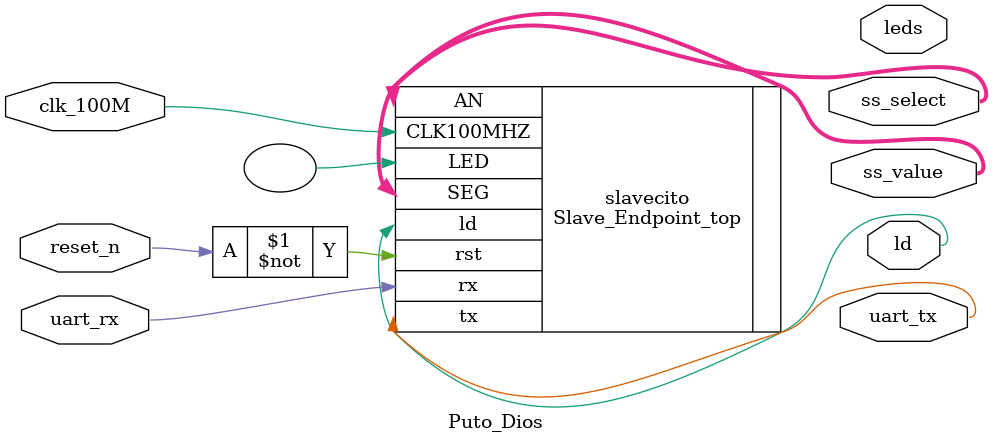
<source format=v>
`timescale 1ns / 1ps


module Puto_Dios(
    input              clk_100M,
	input              reset_n,	
	
	//input              button_c,
	//input  [15:0]      switches,
	input              uart_rx, 
	//output [1:0]       leds,
	
	output [7:0]       ss_value,
    output [7:0]       ss_select,
    
    output [3:0] leds,
    output ld,
    output              uart_tx
    );
    
  //  wire uart_rx, uart_tx, uart_tx_busy;
    wire [7:0] AN, SEG;
    
   /* master_endpoint_top masterchefcito (
    .clk_100M(clk_100M),
    .reset_n(reset_n),
    .uart_rx(uart_rx),
    .uart_tx(uart_tx),
    .uart_tx_busy(uart_tx_busy),
    .uart_tx_usb(),
    .button_c(button_c),
    .switches(switches),
    .leds(leds),
    .ss_select(ss_select),
    .ss_value(ss_value)
);*/
    
    Slave_Endpoint_top slavecito(
    .rx(uart_rx),
    .CLK100MHZ(clk_100M),
    .rst(~reset_n),
    .AN(ss_select),
    .SEG(ss_value),
    .tx(uart_tx),
    .LED(),
    .ld
    //.state_rx(leds)
);

endmodule

</source>
